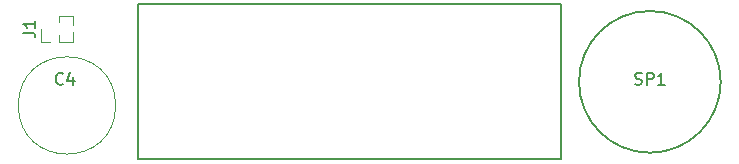
<source format=gbr>
G04 #@! TF.GenerationSoftware,KiCad,Pcbnew,(5.0.2)-1*
G04 #@! TF.CreationDate,2019-09-14T00:07:01-04:00*
G04 #@! TF.ProjectId,TARC Altimeter,54415243-2041-46c7-9469-6d657465722e,0.1*
G04 #@! TF.SameCoordinates,Original*
G04 #@! TF.FileFunction,Legend,Top*
G04 #@! TF.FilePolarity,Positive*
%FSLAX46Y46*%
G04 Gerber Fmt 4.6, Leading zero omitted, Abs format (unit mm)*
G04 Created by KiCad (PCBNEW (5.0.2)-1) date 9/14/2019 12:07:01 AM*
%MOMM*%
%LPD*%
G01*
G04 APERTURE LIST*
%ADD10C,0.150000*%
%ADD11C,0.120000*%
G04 APERTURE END LIST*
D10*
G04 #@! TO.C,U1*
X121800000Y-91450000D02*
X157600000Y-91450000D01*
X121800000Y-104550000D02*
X121800000Y-91450000D01*
X157600000Y-104550000D02*
X121800000Y-104550000D01*
X157600000Y-91450000D02*
X157600000Y-104550000D01*
D11*
G04 #@! TO.C,C4*
X119870000Y-100000000D02*
G75*
G03X119870000Y-100000000I-4120000J0D01*
G01*
D10*
G04 #@! TO.C,SP1*
X171100000Y-98000000D02*
G75*
G03X171100000Y-98000000I-6000000J0D01*
G01*
D11*
G04 #@! TO.C,J1*
X116265000Y-94610000D02*
X116265000Y-93807530D01*
X116265000Y-93192470D02*
X116265000Y-92390000D01*
X115060000Y-94610000D02*
X116265000Y-94610000D01*
X115060000Y-92390000D02*
X116265000Y-92390000D01*
X115060000Y-94610000D02*
X115060000Y-94063471D01*
X115060000Y-92936529D02*
X115060000Y-92390000D01*
X114300000Y-94610000D02*
X113540000Y-94610000D01*
X113540000Y-94610000D02*
X113540000Y-93500000D01*
G04 #@! TO.C,C4*
D10*
X115403333Y-98147142D02*
X115355714Y-98194761D01*
X115212857Y-98242380D01*
X115117619Y-98242380D01*
X114974761Y-98194761D01*
X114879523Y-98099523D01*
X114831904Y-98004285D01*
X114784285Y-97813809D01*
X114784285Y-97670952D01*
X114831904Y-97480476D01*
X114879523Y-97385238D01*
X114974761Y-97290000D01*
X115117619Y-97242380D01*
X115212857Y-97242380D01*
X115355714Y-97290000D01*
X115403333Y-97337619D01*
X116260476Y-97575714D02*
X116260476Y-98242380D01*
X116022380Y-97194761D02*
X115784285Y-97909047D01*
X116403333Y-97909047D01*
G04 #@! TO.C,SP1*
X163838095Y-98194761D02*
X163980952Y-98242380D01*
X164219047Y-98242380D01*
X164314285Y-98194761D01*
X164361904Y-98147142D01*
X164409523Y-98051904D01*
X164409523Y-97956666D01*
X164361904Y-97861428D01*
X164314285Y-97813809D01*
X164219047Y-97766190D01*
X164028571Y-97718571D01*
X163933333Y-97670952D01*
X163885714Y-97623333D01*
X163838095Y-97528095D01*
X163838095Y-97432857D01*
X163885714Y-97337619D01*
X163933333Y-97290000D01*
X164028571Y-97242380D01*
X164266666Y-97242380D01*
X164409523Y-97290000D01*
X164838095Y-98242380D02*
X164838095Y-97242380D01*
X165219047Y-97242380D01*
X165314285Y-97290000D01*
X165361904Y-97337619D01*
X165409523Y-97432857D01*
X165409523Y-97575714D01*
X165361904Y-97670952D01*
X165314285Y-97718571D01*
X165219047Y-97766190D01*
X164838095Y-97766190D01*
X166361904Y-98242380D02*
X165790476Y-98242380D01*
X166076190Y-98242380D02*
X166076190Y-97242380D01*
X165980952Y-97385238D01*
X165885714Y-97480476D01*
X165790476Y-97528095D01*
G04 #@! TO.C,J1*
X112057380Y-93833333D02*
X112771666Y-93833333D01*
X112914523Y-93880952D01*
X113009761Y-93976190D01*
X113057380Y-94119047D01*
X113057380Y-94214285D01*
X113057380Y-92833333D02*
X113057380Y-93404761D01*
X113057380Y-93119047D02*
X112057380Y-93119047D01*
X112200238Y-93214285D01*
X112295476Y-93309523D01*
X112343095Y-93404761D01*
G04 #@! TD*
M02*

</source>
